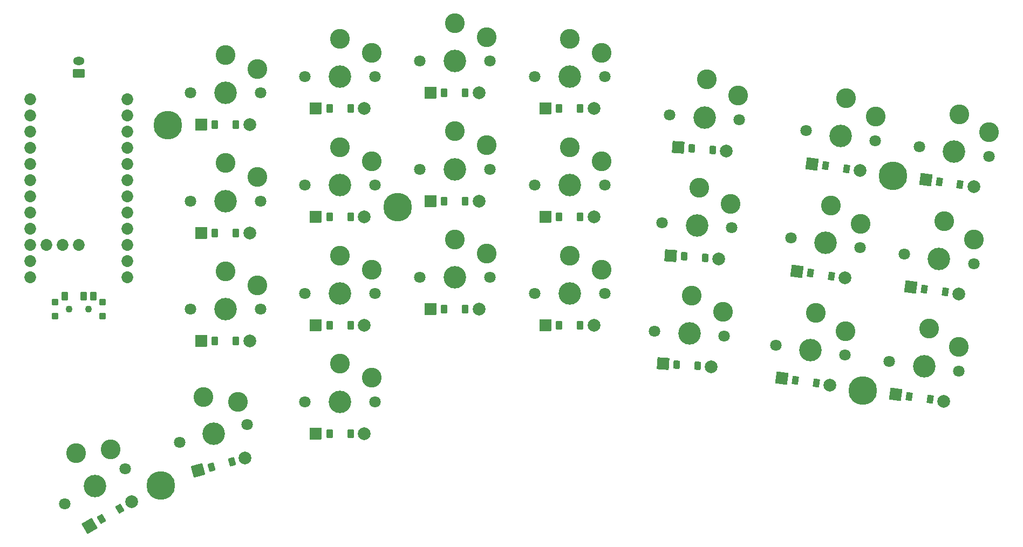
<source format=gbr>
%TF.GenerationSoftware,KiCad,Pcbnew,9.0.3*%
%TF.CreationDate,2025-07-25T16:12:42+02:00*%
%TF.ProjectId,right_pcb,72696768-745f-4706-9362-2e6b69636164,v1.0.0*%
%TF.SameCoordinates,Original*%
%TF.FileFunction,Soldermask,Top*%
%TF.FilePolarity,Negative*%
%FSLAX46Y46*%
G04 Gerber Fmt 4.6, Leading zero omitted, Abs format (unit mm)*
G04 Created by KiCad (PCBNEW 9.0.3) date 2025-07-25 16:12:42*
%MOMM*%
%LPD*%
G01*
G04 APERTURE LIST*
G04 Aperture macros list*
%AMRoundRect*
0 Rectangle with rounded corners*
0 $1 Rounding radius*
0 $2 $3 $4 $5 $6 $7 $8 $9 X,Y pos of 4 corners*
0 Add a 4 corners polygon primitive as box body*
4,1,4,$2,$3,$4,$5,$6,$7,$8,$9,$2,$3,0*
0 Add four circle primitives for the rounded corners*
1,1,$1+$1,$2,$3*
1,1,$1+$1,$4,$5*
1,1,$1+$1,$6,$7*
1,1,$1+$1,$8,$9*
0 Add four rect primitives between the rounded corners*
20,1,$1+$1,$2,$3,$4,$5,0*
20,1,$1+$1,$4,$5,$6,$7,0*
20,1,$1+$1,$6,$7,$8,$9,0*
20,1,$1+$1,$8,$9,$2,$3,0*%
G04 Aperture macros list end*
%ADD10RoundRect,0.050000X0.450000X0.450000X-0.450000X0.450000X-0.450000X-0.450000X0.450000X-0.450000X0*%
%ADD11C,1.100000*%
%ADD12RoundRect,0.050000X0.450000X0.625000X-0.450000X0.625000X-0.450000X-0.625000X0.450000X-0.625000X0*%
%ADD13C,1.801800*%
%ADD14C,3.100000*%
%ADD15C,3.529000*%
%ADD16RoundRect,0.050000X-1.004073X-0.756623X0.756623X-1.004073X1.004073X0.756623X-0.756623X1.004073X0*%
%ADD17RoundRect,0.050000X-0.529124X-0.531533X0.362117X-0.656789X0.529124X0.531533X-0.362117X0.656789X0*%
%ADD18C,2.005000*%
%ADD19RoundRect,0.050000X-0.889000X-0.889000X0.889000X-0.889000X0.889000X0.889000X-0.889000X0.889000X0*%
%ADD20RoundRect,0.050000X-0.450000X-0.600000X0.450000X-0.600000X0.450000X0.600000X-0.450000X0.600000X0*%
%ADD21C,1.852600*%
%ADD22RoundRect,0.050000X-0.948848X-0.824821X0.824821X-0.948848X0.948848X0.824821X-0.824821X0.948848X0*%
%ADD23RoundRect,0.050000X-0.490758X-0.567148X0.407050X-0.629929X0.490758X0.567148X-0.407050X0.629929X0*%
%ADD24C,0.800000*%
%ADD25C,4.500000*%
%ADD26RoundRect,0.050000X-0.325397X-1.214397X1.214397X-0.325397X0.325397X1.214397X-1.214397X0.325397X0*%
%ADD27RoundRect,0.050000X-0.089711X-0.744615X0.689711X-0.294615X0.089711X0.744615X-0.689711X0.294615X0*%
%ADD28RoundRect,0.050000X0.850000X-0.600000X0.850000X0.600000X-0.850000X0.600000X-0.850000X-0.600000X0*%
%ADD29O,1.800000X1.300000*%
%ADD30RoundRect,0.050000X-0.628618X-1.088798X1.088798X-0.628618X0.628618X1.088798X-1.088798X0.628618X0*%
%ADD31RoundRect,0.050000X-0.279375X-0.696024X0.589958X-0.463087X0.279375X0.696024X-0.589958X0.463087X0*%
G04 APERTURE END LIST*
D10*
%TO.C,T1*%
X251043768Y-125629028D03*
X251043768Y-123429022D03*
D11*
X248843762Y-124529027D03*
X245843774Y-124529023D03*
D10*
X243643768Y-125629028D03*
X243643768Y-123429022D03*
D12*
X245093768Y-122454025D03*
X248093768Y-122454025D03*
X249593766Y-122454024D03*
%TD*%
D13*
%TO.C,S24*%
X245095887Y-155035854D03*
D14*
X246884027Y-147133003D03*
D15*
X249859027Y-152285854D03*
D14*
X252314154Y-146538259D03*
D13*
X254622167Y-149535854D03*
%TD*%
D16*
%TO.C,D6*%
X362405002Y-101695009D03*
D17*
X364543981Y-101995628D03*
X367811865Y-102454892D03*
D18*
X369950844Y-102755511D03*
%TD*%
D19*
%TO.C,D14*%
X302533767Y-107529032D03*
D20*
X304693767Y-107529032D03*
X307993767Y-107529032D03*
D18*
X310153767Y-107529032D03*
%TD*%
D19*
%TO.C,D21*%
X266533768Y-112529031D03*
D20*
X268693768Y-112529031D03*
X271993768Y-112529031D03*
D18*
X274153768Y-112529031D03*
%TD*%
D19*
%TO.C,D22*%
X266533762Y-95529030D03*
D20*
X268693762Y-95529030D03*
X271993762Y-95529030D03*
D18*
X274153762Y-95529030D03*
%TD*%
D13*
%TO.C,S6*%
X361427323Y-96508470D03*
D14*
X367701876Y-91381827D03*
D15*
X366873796Y-97273922D03*
D14*
X372347036Y-94256284D03*
D13*
X372320269Y-98039374D03*
%TD*%
%TO.C,S13*%
X300843770Y-119529028D03*
D14*
X306343770Y-113579028D03*
D15*
X306343770Y-119529028D03*
D14*
X311343770Y-115779026D03*
D13*
X311843770Y-119529028D03*
%TD*%
D19*
%TO.C,D11*%
X320533767Y-110029035D03*
D20*
X322693767Y-110029035D03*
X325993767Y-110029035D03*
D18*
X328153767Y-110029035D03*
%TD*%
D13*
%TO.C,S15*%
X300843776Y-85529037D03*
D14*
X306343776Y-79579037D03*
D15*
X306343776Y-85529037D03*
D14*
X311343776Y-81779035D03*
D13*
X311843776Y-85529037D03*
%TD*%
D19*
%TO.C,D20*%
X266533768Y-129529040D03*
D20*
X268693768Y-129529040D03*
X271993768Y-129529040D03*
D18*
X274153768Y-129529040D03*
%TD*%
D21*
%TO.C,MCU1*%
X239723764Y-91559032D03*
X239723763Y-94099029D03*
X239723764Y-96639032D03*
X239723764Y-99179032D03*
X239723764Y-101719032D03*
X239723764Y-104259032D03*
X239723764Y-106799032D03*
X239723764Y-109339032D03*
X239723764Y-111879032D03*
X239723764Y-114419032D03*
X239723760Y-116959030D03*
X239723764Y-119499032D03*
X254963764Y-119499032D03*
X254963765Y-116959035D03*
X254963764Y-114419032D03*
X254963764Y-111879032D03*
X254963764Y-109339032D03*
X254963764Y-106799032D03*
X254963764Y-104259032D03*
X254963764Y-101719032D03*
X254963764Y-99179032D03*
X254963764Y-96639032D03*
X254963768Y-94099034D03*
X254963764Y-91559032D03*
X242263764Y-114419032D03*
X244803764Y-114419032D03*
X247343764Y-114419032D03*
%TD*%
D13*
%TO.C,S4*%
X356695437Y-130177566D03*
D14*
X362969990Y-125050923D03*
D15*
X362141910Y-130943018D03*
D14*
X367615150Y-127925380D03*
D13*
X367588383Y-131708470D03*
%TD*%
D22*
%TO.C,D7*%
X338987502Y-133035933D03*
D23*
X341142240Y-133186610D03*
X344434202Y-133416800D03*
D18*
X346588940Y-133567477D03*
%TD*%
D13*
%TO.C,S18*%
X282843766Y-105029039D03*
D14*
X288343766Y-99079039D03*
D15*
X288343766Y-105029039D03*
D14*
X293343766Y-101279037D03*
D13*
X293843766Y-105029039D03*
%TD*%
%TO.C,S19*%
X282843762Y-88029029D03*
D14*
X288343762Y-82079029D03*
D15*
X288343762Y-88029029D03*
D14*
X293343762Y-84279027D03*
D13*
X293843762Y-88029029D03*
%TD*%
D19*
%TO.C,D19*%
X284533770Y-93029037D03*
D20*
X286693770Y-93029037D03*
X289993770Y-93029037D03*
D18*
X292153770Y-93029037D03*
%TD*%
D24*
%TO.C,_5*%
X258774318Y-153027579D03*
X258609483Y-151775528D03*
X259776209Y-153796356D03*
X259378260Y-150773637D03*
D25*
X260203260Y-152202579D03*
D24*
X261028260Y-153631521D03*
X260630311Y-150608802D03*
X261797037Y-152629630D03*
X261632202Y-151377579D03*
%TD*%
D13*
%TO.C,S1*%
X374520256Y-132682694D03*
D14*
X380794809Y-127556051D03*
D15*
X379966729Y-133448146D03*
D14*
X385439969Y-130430508D03*
D13*
X385413202Y-134213598D03*
%TD*%
D22*
%TO.C,D8*%
X340173355Y-116077344D03*
D23*
X342328093Y-116228021D03*
X345620055Y-116458211D03*
D18*
X347774793Y-116608888D03*
%TD*%
D16*
%TO.C,D1*%
X375497939Y-137869243D03*
D17*
X377636918Y-138169862D03*
X380904802Y-138629126D03*
D18*
X383043781Y-138929745D03*
%TD*%
D13*
%TO.C,S16*%
X282843764Y-139029039D03*
D14*
X288343764Y-133079039D03*
D15*
X288343764Y-139029039D03*
D14*
X293343764Y-135279037D03*
D13*
X293843764Y-139029039D03*
%TD*%
D19*
%TO.C,D13*%
X302533773Y-124529030D03*
D20*
X304693773Y-124529030D03*
X307993773Y-124529030D03*
D18*
X310153773Y-124529030D03*
%TD*%
D13*
%TO.C,S5*%
X359061368Y-113343020D03*
D14*
X365335921Y-108216377D03*
D15*
X364507841Y-114108472D03*
D14*
X369981081Y-111090834D03*
D13*
X369954314Y-114873924D03*
%TD*%
D16*
%TO.C,D3*%
X380229829Y-104200118D03*
D17*
X382368808Y-104500737D03*
X385636692Y-104960001D03*
D18*
X387775671Y-105260620D03*
%TD*%
D26*
%TO.C,D24*%
X249059467Y-158520973D03*
D27*
X250930082Y-157440973D03*
X253787966Y-155790973D03*
D18*
X255658581Y-154710973D03*
%TD*%
D13*
%TO.C,S3*%
X379252133Y-99013579D03*
D14*
X385526686Y-93886936D03*
D15*
X384698606Y-99779031D03*
D14*
X390171846Y-96761393D03*
D13*
X390145079Y-100544483D03*
%TD*%
%TO.C,S17*%
X282843767Y-122029040D03*
D14*
X288343767Y-116079040D03*
D15*
X288343767Y-122029040D03*
D14*
X293343767Y-118279038D03*
D13*
X293843767Y-122029040D03*
%TD*%
D19*
%TO.C,D18*%
X284533774Y-110029033D03*
D20*
X286693774Y-110029033D03*
X289993774Y-110029033D03*
D18*
X292153774Y-110029033D03*
%TD*%
D13*
%TO.C,S7*%
X337650397Y-127930225D03*
D14*
X343552049Y-122378380D03*
D15*
X343136999Y-128313886D03*
D14*
X348386406Y-124921803D03*
D13*
X348623601Y-128697547D03*
%TD*%
D16*
%TO.C,D5*%
X360039069Y-118529557D03*
D17*
X362178048Y-118830176D03*
X365445932Y-119289440D03*
D18*
X367584911Y-119590059D03*
%TD*%
D19*
%TO.C,D15*%
X302533768Y-90529035D03*
D20*
X304693768Y-90529035D03*
X307993768Y-90529035D03*
D18*
X310153768Y-90529035D03*
%TD*%
D13*
%TO.C,S8*%
X338836257Y-110971633D03*
D14*
X344737909Y-105419788D03*
D15*
X344322859Y-111355294D03*
D14*
X349572266Y-107963211D03*
D13*
X349809461Y-111738955D03*
%TD*%
%TO.C,S12*%
X318843764Y-88029044D03*
D14*
X324343764Y-82079044D03*
D15*
X324343764Y-88029044D03*
D14*
X329343764Y-84279042D03*
D13*
X329843764Y-88029044D03*
%TD*%
%TO.C,S2*%
X376886200Y-115848134D03*
D14*
X383160753Y-110721491D03*
D15*
X382332673Y-116613586D03*
D14*
X387805913Y-113595948D03*
D13*
X387779146Y-117379038D03*
%TD*%
%TO.C,S20*%
X264843766Y-124529030D03*
D14*
X270343766Y-118579030D03*
D15*
X270343766Y-124529030D03*
D14*
X275343766Y-120779028D03*
D13*
X275843766Y-124529030D03*
%TD*%
D24*
%TO.C,_2*%
X259693763Y-95629024D03*
X260177037Y-94462298D03*
X260177037Y-96795750D03*
X261343763Y-93979024D03*
D25*
X261343763Y-95629024D03*
D24*
X261343763Y-97279024D03*
X262510489Y-94462298D03*
X262510489Y-96795750D03*
X262993763Y-95629024D03*
%TD*%
D13*
%TO.C,S22*%
X264843772Y-90529036D03*
D14*
X270343772Y-84579036D03*
D15*
X270343772Y-90529036D03*
D14*
X275343772Y-86779034D03*
D13*
X275843772Y-90529036D03*
%TD*%
%TO.C,S23*%
X263160586Y-145435505D03*
D14*
X266933205Y-138264741D03*
D15*
X268473178Y-144012000D03*
D14*
X272332234Y-139095681D03*
D13*
X273785770Y-142588495D03*
%TD*%
D22*
%TO.C,D9*%
X341359220Y-99118754D03*
D23*
X343513958Y-99269431D03*
X346805920Y-99499621D03*
D18*
X348960658Y-99650298D03*
%TD*%
D28*
%TO.C,JST1*%
X247343762Y-87529030D03*
D29*
X247343768Y-85529040D03*
%TD*%
D19*
%TO.C,D17*%
X284533766Y-127029034D03*
D20*
X286693766Y-127029034D03*
X289993766Y-127029034D03*
D18*
X292153766Y-127029034D03*
%TD*%
D16*
%TO.C,D2*%
X377863880Y-121034682D03*
D17*
X380002859Y-121335301D03*
X383270743Y-121794565D03*
D18*
X385409722Y-122095184D03*
%TD*%
D24*
%TO.C,_4*%
X368710592Y-137016328D03*
X369026787Y-138238953D03*
X369351541Y-135928213D03*
X370574166Y-135612018D03*
D25*
X370344534Y-137245960D03*
D24*
X370114902Y-138879902D03*
X371337527Y-138563707D03*
X371662281Y-136252967D03*
X371978476Y-137475592D03*
%TD*%
D16*
%TO.C,D4*%
X357673123Y-135364120D03*
D17*
X359812102Y-135664739D03*
X363079986Y-136124003D03*
D18*
X365218965Y-136424622D03*
%TD*%
D19*
%TO.C,D12*%
X320533765Y-93029039D03*
D20*
X322693765Y-93029039D03*
X325993765Y-93029039D03*
D18*
X328153765Y-93029039D03*
%TD*%
D24*
%TO.C,_1*%
X373442478Y-103347200D03*
X373758673Y-104569825D03*
X374083427Y-102259085D03*
X375306052Y-101942890D03*
D25*
X375076420Y-103576832D03*
D24*
X374846788Y-105210774D03*
X376069413Y-104894579D03*
X376394167Y-102583839D03*
X376710362Y-103806464D03*
%TD*%
D13*
%TO.C,S21*%
X264843768Y-107529030D03*
D14*
X270343768Y-101579030D03*
D15*
X270343768Y-107529030D03*
D14*
X275343768Y-103779028D03*
D13*
X275843768Y-107529030D03*
%TD*%
D19*
%TO.C,D10*%
X320533772Y-127029044D03*
D20*
X322693772Y-127029044D03*
X325993772Y-127029044D03*
D18*
X328153772Y-127029044D03*
%TD*%
D13*
%TO.C,S9*%
X340022115Y-94013045D03*
D14*
X345923767Y-88461200D03*
D15*
X345508717Y-94396706D03*
D14*
X350758124Y-91004623D03*
D13*
X350995319Y-94780367D03*
%TD*%
%TO.C,S11*%
X318843764Y-105029037D03*
D14*
X324343764Y-99079037D03*
D15*
X324343764Y-105029037D03*
D14*
X329343764Y-101279035D03*
D13*
X329843764Y-105029037D03*
%TD*%
%TO.C,S10*%
X318843761Y-122029033D03*
D14*
X324343761Y-116079033D03*
D15*
X324343761Y-122029033D03*
D14*
X329343761Y-118279031D03*
D13*
X329843761Y-122029033D03*
%TD*%
D24*
%TO.C,_3*%
X295693764Y-108479043D03*
X296177038Y-107312317D03*
X296177038Y-109645769D03*
X297343764Y-106829043D03*
D25*
X297343764Y-108479043D03*
D24*
X297343764Y-110129043D03*
X298510490Y-107312317D03*
X298510490Y-109645769D03*
X298993764Y-108479043D03*
%TD*%
D13*
%TO.C,S14*%
X300843764Y-102529039D03*
D14*
X306343764Y-96579039D03*
D15*
X306343764Y-102529039D03*
D14*
X311343764Y-98779037D03*
D13*
X311843764Y-102529039D03*
%TD*%
D30*
%TO.C,D23*%
X266087092Y-149827722D03*
D31*
X268173491Y-149268670D03*
X271361047Y-148414570D03*
D18*
X273447446Y-147855518D03*
%TD*%
D19*
%TO.C,D16*%
X284533763Y-144029030D03*
D20*
X286693763Y-144029030D03*
X289993763Y-144029030D03*
D18*
X292153763Y-144029030D03*
%TD*%
M02*

</source>
